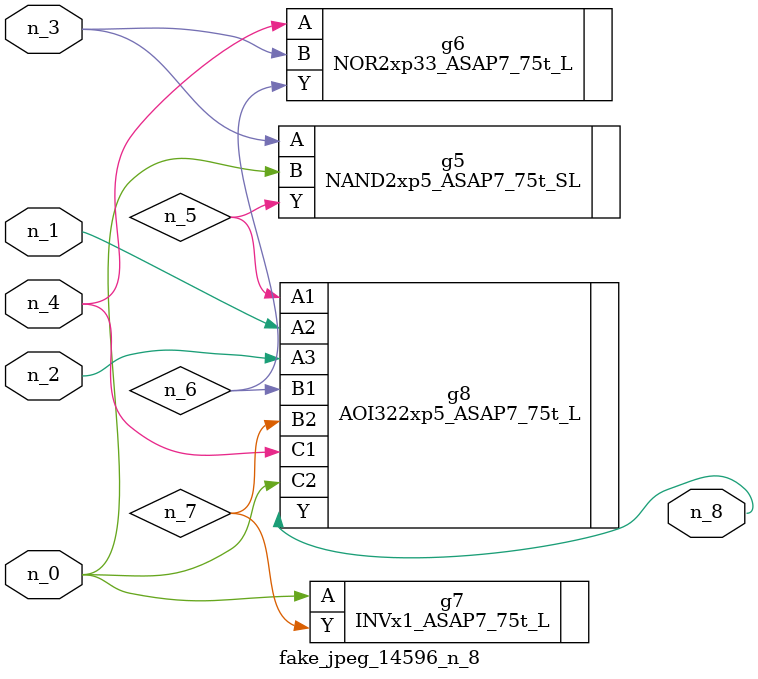
<source format=v>
module fake_jpeg_14596_n_8 (n_3, n_2, n_1, n_0, n_4, n_8);

input n_3;
input n_2;
input n_1;
input n_0;
input n_4;

output n_8;

wire n_6;
wire n_5;
wire n_7;

NAND2xp5_ASAP7_75t_SL g5 ( 
.A(n_3),
.B(n_0),
.Y(n_5)
);

NOR2xp33_ASAP7_75t_L g6 ( 
.A(n_4),
.B(n_3),
.Y(n_6)
);

INVx1_ASAP7_75t_L g7 ( 
.A(n_0),
.Y(n_7)
);

AOI322xp5_ASAP7_75t_L g8 ( 
.A1(n_5),
.A2(n_1),
.A3(n_2),
.B1(n_6),
.B2(n_7),
.C1(n_4),
.C2(n_0),
.Y(n_8)
);


endmodule
</source>
